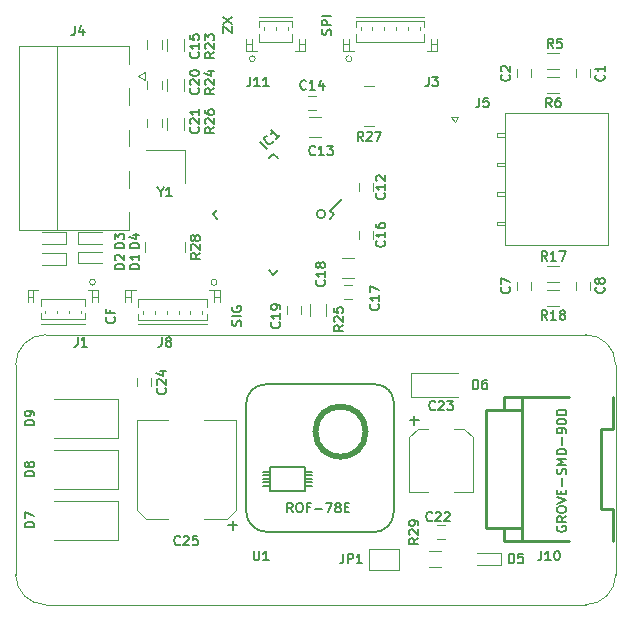
<source format=gto>
G04 #@! TF.GenerationSoftware,KiCad,Pcbnew,(2018-02-15 revision 29b28de31)-makepkg*
G04 #@! TF.CreationDate,2018-09-20T14:44:38+09:30*
G04 #@! TF.ProjectId,ATM90E3x_fw,41544D39304533785F66772E6B696361,rev?*
G04 #@! TF.SameCoordinates,Original*
G04 #@! TF.FileFunction,Legend,Top*
G04 #@! TF.FilePolarity,Positive*
%FSLAX46Y46*%
G04 Gerber Fmt 4.6, Leading zero omitted, Abs format (unit mm)*
G04 Created by KiCad (PCBNEW (2018-02-15 revision 29b28de31)-makepkg) date 09/20/18 14:44:38*
%MOMM*%
%LPD*%
G01*
G04 APERTURE LIST*
%ADD10C,0.200000*%
%ADD11C,0.120000*%
%ADD12C,0.254000*%
%ADD13C,0.100000*%
%ADD14C,0.127000*%
%ADD15C,0.500000*%
%ADD16C,0.150000*%
G04 APERTURE END LIST*
D10*
X115347714Y-67151238D02*
X115385809Y-67189333D01*
X115423904Y-67303619D01*
X115423904Y-67379809D01*
X115385809Y-67494095D01*
X115309619Y-67570285D01*
X115233428Y-67608380D01*
X115081047Y-67646476D01*
X114966761Y-67646476D01*
X114814380Y-67608380D01*
X114738190Y-67570285D01*
X114662000Y-67494095D01*
X114623904Y-67379809D01*
X114623904Y-67303619D01*
X114662000Y-67189333D01*
X114700095Y-67151238D01*
X115004857Y-66541714D02*
X115004857Y-66808380D01*
X115423904Y-66808380D02*
X114623904Y-66808380D01*
X114623904Y-66427428D01*
X126053809Y-67875047D02*
X126091904Y-67760761D01*
X126091904Y-67570285D01*
X126053809Y-67494095D01*
X126015714Y-67456000D01*
X125939523Y-67417904D01*
X125863333Y-67417904D01*
X125787142Y-67456000D01*
X125749047Y-67494095D01*
X125710952Y-67570285D01*
X125672857Y-67722666D01*
X125634761Y-67798857D01*
X125596666Y-67836952D01*
X125520476Y-67875047D01*
X125444285Y-67875047D01*
X125368095Y-67836952D01*
X125330000Y-67798857D01*
X125291904Y-67722666D01*
X125291904Y-67532190D01*
X125330000Y-67417904D01*
X126091904Y-67075047D02*
X125291904Y-67075047D01*
X125330000Y-66275047D02*
X125291904Y-66351238D01*
X125291904Y-66465523D01*
X125330000Y-66579809D01*
X125406190Y-66656000D01*
X125482380Y-66694095D01*
X125634761Y-66732190D01*
X125749047Y-66732190D01*
X125901428Y-66694095D01*
X125977619Y-66656000D01*
X126053809Y-66579809D01*
X126091904Y-66465523D01*
X126091904Y-66389333D01*
X126053809Y-66275047D01*
X126015714Y-66236952D01*
X125749047Y-66236952D01*
X125749047Y-66389333D01*
X124529904Y-43065619D02*
X124529904Y-42532285D01*
X125329904Y-43065619D01*
X125329904Y-42532285D01*
X124529904Y-42303714D02*
X125329904Y-41770380D01*
X124529904Y-41770380D02*
X125329904Y-42303714D01*
X133673809Y-43237047D02*
X133711904Y-43122761D01*
X133711904Y-42932285D01*
X133673809Y-42856095D01*
X133635714Y-42818000D01*
X133559523Y-42779904D01*
X133483333Y-42779904D01*
X133407142Y-42818000D01*
X133369047Y-42856095D01*
X133330952Y-42932285D01*
X133292857Y-43084666D01*
X133254761Y-43160857D01*
X133216666Y-43198952D01*
X133140476Y-43237047D01*
X133064285Y-43237047D01*
X132988095Y-43198952D01*
X132950000Y-43160857D01*
X132911904Y-43084666D01*
X132911904Y-42894190D01*
X132950000Y-42779904D01*
X133711904Y-42437047D02*
X132911904Y-42437047D01*
X132911904Y-42132285D01*
X132950000Y-42056095D01*
X132988095Y-42018000D01*
X133064285Y-41979904D01*
X133178571Y-41979904D01*
X133254761Y-42018000D01*
X133292857Y-42056095D01*
X133330952Y-42132285D01*
X133330952Y-42437047D01*
X133711904Y-41637047D02*
X132911904Y-41637047D01*
X133201210Y-58420000D02*
G75*
G03X133201210Y-58420000I-359210J0D01*
G01*
D11*
X148455000Y-49895000D02*
X148455000Y-61055000D01*
X148455000Y-61055000D02*
X157135000Y-61055000D01*
X157135000Y-61055000D02*
X157135000Y-49895000D01*
X157135000Y-49895000D02*
X148455000Y-49895000D01*
X148455000Y-51875000D02*
X148455000Y-51575000D01*
X148455000Y-51575000D02*
X147755000Y-51575000D01*
X147755000Y-51575000D02*
X147755000Y-51875000D01*
X147755000Y-51875000D02*
X148455000Y-51875000D01*
X148455000Y-54375000D02*
X148455000Y-54075000D01*
X148455000Y-54075000D02*
X147755000Y-54075000D01*
X147755000Y-54075000D02*
X147755000Y-54375000D01*
X147755000Y-54375000D02*
X148455000Y-54375000D01*
X148455000Y-56875000D02*
X148455000Y-56575000D01*
X148455000Y-56575000D02*
X147755000Y-56575000D01*
X147755000Y-56575000D02*
X147755000Y-56875000D01*
X147755000Y-56875000D02*
X148455000Y-56875000D01*
X148455000Y-59375000D02*
X148455000Y-59075000D01*
X148455000Y-59075000D02*
X147755000Y-59075000D01*
X147755000Y-59075000D02*
X147755000Y-59375000D01*
X147755000Y-59375000D02*
X148455000Y-59375000D01*
X144145000Y-50615000D02*
X144445000Y-50190736D01*
X144445000Y-50190736D02*
X143845000Y-50190736D01*
X143845000Y-50190736D02*
X144145000Y-50615000D01*
X117916000Y-46436000D02*
X117916000Y-47036000D01*
X117316000Y-46736000D02*
X117916000Y-46436000D01*
X117916000Y-47036000D02*
X117316000Y-46736000D01*
X110516000Y-44206000D02*
X110516000Y-59766000D01*
X116596000Y-54786000D02*
X116596000Y-56186000D01*
X116596000Y-51286000D02*
X116596000Y-52686000D01*
X116596000Y-47786000D02*
X116596000Y-49186000D01*
X116596000Y-59766000D02*
X116596000Y-58286000D01*
X116596000Y-44206000D02*
X116596000Y-45686000D01*
X107236000Y-59766000D02*
X116596000Y-59766000D01*
X107236000Y-44206000D02*
X107236000Y-59766000D01*
X116596000Y-44206000D02*
X107236000Y-44206000D01*
X109492000Y-66841000D02*
X109492000Y-66641000D01*
X110492000Y-66841000D02*
X110492000Y-66641000D01*
X111492000Y-66841000D02*
X111492000Y-66641000D01*
X112492000Y-66841000D02*
X112492000Y-66641000D01*
X109092000Y-65591000D02*
X109092000Y-66241000D01*
X112892000Y-65591000D02*
X109092000Y-65591000D01*
X112892000Y-66241000D02*
X112892000Y-65591000D01*
X109092000Y-67341000D02*
X109092000Y-66841000D01*
X112892000Y-67341000D02*
X109092000Y-67341000D01*
X112892000Y-66841000D02*
X112892000Y-67341000D01*
X107992000Y-65441000D02*
X108492000Y-65441000D01*
X107992000Y-65441000D02*
X107992000Y-65441000D01*
X108492000Y-65441000D02*
X107992000Y-65441000D01*
X108492000Y-65441000D02*
X108492000Y-65441000D01*
X108492000Y-64841000D02*
X108492000Y-64841000D01*
X108492000Y-65841000D02*
X108492000Y-64841000D01*
X108492000Y-65841000D02*
X108492000Y-65841000D01*
X108492000Y-64841000D02*
X108492000Y-65841000D01*
X107992000Y-64841000D02*
X108892000Y-64841000D01*
X107992000Y-65841000D02*
X107992000Y-64841000D01*
X113992000Y-65441000D02*
X113492000Y-65441000D01*
X113992000Y-65441000D02*
X113992000Y-65441000D01*
X113492000Y-65441000D02*
X113992000Y-65441000D01*
X113492000Y-65441000D02*
X113492000Y-65441000D01*
X113492000Y-64841000D02*
X113492000Y-64841000D01*
X113492000Y-65841000D02*
X113492000Y-64841000D01*
X113492000Y-65841000D02*
X113492000Y-65841000D01*
X113492000Y-64841000D02*
X113492000Y-65841000D01*
X113992000Y-64841000D02*
X113092000Y-64841000D01*
X113992000Y-65841000D02*
X113992000Y-64841000D01*
X112892000Y-67741000D02*
X109092000Y-67741000D01*
X113742000Y-64191000D02*
G75*
G03X113742000Y-64191000I-250000J0D01*
G01*
X124029000Y-64206000D02*
G75*
G03X124029000Y-64206000I-250000J0D01*
G01*
X123179000Y-67756000D02*
X117379000Y-67756000D01*
X124279000Y-65856000D02*
X124279000Y-64856000D01*
X124279000Y-64856000D02*
X123379000Y-64856000D01*
X123779000Y-64856000D02*
X123779000Y-65856000D01*
X123779000Y-65856000D02*
X123779000Y-65856000D01*
X123779000Y-65856000D02*
X123779000Y-64856000D01*
X123779000Y-64856000D02*
X123779000Y-64856000D01*
X123779000Y-65456000D02*
X123779000Y-65456000D01*
X123779000Y-65456000D02*
X124279000Y-65456000D01*
X124279000Y-65456000D02*
X124279000Y-65456000D01*
X124279000Y-65456000D02*
X123779000Y-65456000D01*
X116279000Y-65856000D02*
X116279000Y-64856000D01*
X116279000Y-64856000D02*
X117179000Y-64856000D01*
X116779000Y-64856000D02*
X116779000Y-65856000D01*
X116779000Y-65856000D02*
X116779000Y-65856000D01*
X116779000Y-65856000D02*
X116779000Y-64856000D01*
X116779000Y-64856000D02*
X116779000Y-64856000D01*
X116779000Y-65456000D02*
X116779000Y-65456000D01*
X116779000Y-65456000D02*
X116279000Y-65456000D01*
X116279000Y-65456000D02*
X116279000Y-65456000D01*
X116279000Y-65456000D02*
X116779000Y-65456000D01*
X123179000Y-66856000D02*
X123179000Y-67356000D01*
X123179000Y-67356000D02*
X117379000Y-67356000D01*
X117379000Y-67356000D02*
X117379000Y-66856000D01*
X123179000Y-66256000D02*
X123179000Y-65606000D01*
X123179000Y-65606000D02*
X117379000Y-65606000D01*
X117379000Y-65606000D02*
X117379000Y-66256000D01*
X122779000Y-66856000D02*
X122779000Y-66656000D01*
X121779000Y-66856000D02*
X121779000Y-66656000D01*
X120779000Y-66856000D02*
X120779000Y-66656000D01*
X119779000Y-66856000D02*
X119779000Y-66656000D01*
X118779000Y-66856000D02*
X118779000Y-66656000D01*
X117779000Y-66856000D02*
X117779000Y-66656000D01*
X141194000Y-42618000D02*
X141194000Y-42818000D01*
X140194000Y-42618000D02*
X140194000Y-42818000D01*
X139194000Y-42618000D02*
X139194000Y-42818000D01*
X138194000Y-42618000D02*
X138194000Y-42818000D01*
X137194000Y-42618000D02*
X137194000Y-42818000D01*
X136194000Y-42618000D02*
X136194000Y-42818000D01*
X141594000Y-43868000D02*
X141594000Y-43218000D01*
X135794000Y-43868000D02*
X141594000Y-43868000D01*
X135794000Y-43218000D02*
X135794000Y-43868000D01*
X141594000Y-42118000D02*
X141594000Y-42618000D01*
X135794000Y-42118000D02*
X141594000Y-42118000D01*
X135794000Y-42618000D02*
X135794000Y-42118000D01*
X142694000Y-44018000D02*
X142194000Y-44018000D01*
X142694000Y-44018000D02*
X142694000Y-44018000D01*
X142194000Y-44018000D02*
X142694000Y-44018000D01*
X142194000Y-44018000D02*
X142194000Y-44018000D01*
X142194000Y-44618000D02*
X142194000Y-44618000D01*
X142194000Y-43618000D02*
X142194000Y-44618000D01*
X142194000Y-43618000D02*
X142194000Y-43618000D01*
X142194000Y-44618000D02*
X142194000Y-43618000D01*
X142694000Y-44618000D02*
X141794000Y-44618000D01*
X142694000Y-43618000D02*
X142694000Y-44618000D01*
X134694000Y-44018000D02*
X135194000Y-44018000D01*
X134694000Y-44018000D02*
X134694000Y-44018000D01*
X135194000Y-44018000D02*
X134694000Y-44018000D01*
X135194000Y-44018000D02*
X135194000Y-44018000D01*
X135194000Y-44618000D02*
X135194000Y-44618000D01*
X135194000Y-43618000D02*
X135194000Y-44618000D01*
X135194000Y-43618000D02*
X135194000Y-43618000D01*
X135194000Y-44618000D02*
X135194000Y-43618000D01*
X134694000Y-44618000D02*
X135594000Y-44618000D01*
X134694000Y-43618000D02*
X134694000Y-44618000D01*
X135794000Y-41718000D02*
X141594000Y-41718000D01*
X135444000Y-45268000D02*
G75*
G03X135444000Y-45268000I-250000J0D01*
G01*
X130018000Y-42618000D02*
X130018000Y-42818000D01*
X129018000Y-42618000D02*
X129018000Y-42818000D01*
X128018000Y-42618000D02*
X128018000Y-42818000D01*
X130418000Y-43868000D02*
X130418000Y-43218000D01*
X127618000Y-43868000D02*
X130418000Y-43868000D01*
X127618000Y-43218000D02*
X127618000Y-43868000D01*
X130418000Y-42118000D02*
X130418000Y-42618000D01*
X127618000Y-42118000D02*
X130418000Y-42118000D01*
X127618000Y-42618000D02*
X127618000Y-42118000D01*
X131518000Y-44018000D02*
X131018000Y-44018000D01*
X131518000Y-44018000D02*
X131518000Y-44018000D01*
X131018000Y-44018000D02*
X131518000Y-44018000D01*
X131018000Y-44018000D02*
X131018000Y-44018000D01*
X131018000Y-44618000D02*
X131018000Y-44618000D01*
X131018000Y-43618000D02*
X131018000Y-44618000D01*
X131018000Y-43618000D02*
X131018000Y-43618000D01*
X131018000Y-44618000D02*
X131018000Y-43618000D01*
X131518000Y-44618000D02*
X130618000Y-44618000D01*
X131518000Y-43618000D02*
X131518000Y-44618000D01*
X126518000Y-44018000D02*
X127018000Y-44018000D01*
X126518000Y-44018000D02*
X126518000Y-44018000D01*
X127018000Y-44018000D02*
X126518000Y-44018000D01*
X127018000Y-44018000D02*
X127018000Y-44018000D01*
X127018000Y-44618000D02*
X127018000Y-44618000D01*
X127018000Y-43618000D02*
X127018000Y-44618000D01*
X127018000Y-43618000D02*
X127018000Y-43618000D01*
X127018000Y-44618000D02*
X127018000Y-43618000D01*
X126518000Y-44618000D02*
X127418000Y-44618000D01*
X126518000Y-43618000D02*
X126518000Y-44618000D01*
X127618000Y-41718000D02*
X130418000Y-41718000D01*
X127268000Y-45268000D02*
G75*
G03X127268000Y-45268000I-250000J0D01*
G01*
X135644000Y-62142000D02*
X134644000Y-62142000D01*
X134644000Y-63842000D02*
X135644000Y-63842000D01*
X132850000Y-50204000D02*
X131850000Y-50204000D01*
X131850000Y-51904000D02*
X132850000Y-51904000D01*
X115636000Y-85978000D02*
X115636000Y-82678000D01*
X115636000Y-82678000D02*
X110236000Y-82678000D01*
X115636000Y-85978000D02*
X110236000Y-85978000D01*
X115668000Y-81660000D02*
X115668000Y-78360000D01*
X115668000Y-78360000D02*
X110268000Y-78360000D01*
X115668000Y-81660000D02*
X110268000Y-81660000D01*
X115668000Y-77342000D02*
X115668000Y-74042000D01*
X115668000Y-74042000D02*
X110268000Y-74042000D01*
X115668000Y-77342000D02*
X110268000Y-77342000D01*
D12*
X157535880Y-83408520D02*
X157535880Y-86009480D01*
X156535120Y-83408520D02*
X157535880Y-83408520D01*
X156535120Y-76611480D02*
X156535120Y-83408520D01*
X157535880Y-76611480D02*
X156535120Y-76611480D01*
X157535880Y-74010520D02*
X157535880Y-76611480D01*
X156535120Y-83408520D02*
X157535880Y-83408520D01*
X156535120Y-76611480D02*
X156535120Y-83408520D01*
X157535880Y-76611480D02*
X156535120Y-76611480D01*
X146837400Y-75011280D02*
X148534120Y-75011280D01*
X146837400Y-85008720D02*
X146837400Y-75011280D01*
X148435060Y-85008720D02*
X146837400Y-85008720D01*
X153799540Y-86108540D02*
X148435060Y-86108540D01*
X153799540Y-73911460D02*
X148534120Y-73911460D01*
X149834600Y-86108540D02*
X153799540Y-86108540D01*
X149834600Y-73911460D02*
X153799540Y-73911460D01*
X148336000Y-84983320D02*
X148336000Y-86062820D01*
X148336000Y-73957180D02*
X148336000Y-75036680D01*
X148336000Y-86108540D02*
X149834600Y-86108540D01*
X148336000Y-85008720D02*
X148336000Y-86108540D01*
X149834600Y-85008720D02*
X148336000Y-85008720D01*
X149834600Y-85008720D02*
X149834600Y-86108540D01*
X149834600Y-75011280D02*
X149834600Y-85008720D01*
X148336000Y-75011280D02*
X149834600Y-75011280D01*
X148336000Y-73911460D02*
X148336000Y-75011280D01*
X149834600Y-73911460D02*
X148336000Y-73911460D01*
X157535880Y-83408520D02*
X157535880Y-86108540D01*
X157535880Y-73911460D02*
X157535880Y-76611480D01*
X149834600Y-73911460D02*
X149834600Y-75011280D01*
D11*
X140332000Y-81918000D02*
X141882000Y-81918000D01*
X145672000Y-81918000D02*
X144122000Y-81918000D01*
X141092000Y-76578000D02*
X141882000Y-76578000D01*
X144912000Y-76578000D02*
X144122000Y-76578000D01*
X145672000Y-81918000D02*
X145672000Y-77338000D01*
X145672000Y-77338000D02*
X144912000Y-76578000D01*
X141092000Y-76578000D02*
X140332000Y-77338000D01*
X140332000Y-77338000D02*
X140332000Y-81918000D01*
X125602000Y-75820000D02*
X122922000Y-75820000D01*
X117222000Y-75820000D02*
X119902000Y-75820000D01*
X117982000Y-84200000D02*
X119902000Y-84200000D01*
X124842000Y-84200000D02*
X122922000Y-84200000D01*
X125602000Y-75820000D02*
X125602000Y-83440000D01*
X125602000Y-83440000D02*
X124842000Y-84200000D01*
X117982000Y-84200000D02*
X117222000Y-83440000D01*
X117222000Y-83440000D02*
X117222000Y-75820000D01*
X142652000Y-84744000D02*
X143352000Y-84744000D01*
X143352000Y-85944000D02*
X142652000Y-85944000D01*
X118456000Y-72294000D02*
X118456000Y-72994000D01*
X117256000Y-72994000D02*
X117256000Y-72294000D01*
X139446000Y-86740000D02*
X136906000Y-86740000D01*
X136906000Y-88520000D02*
X139446000Y-88520000D01*
X136906000Y-88520000D02*
X136906000Y-86740000D01*
X139446000Y-86740000D02*
X139446000Y-88520000D01*
X136506000Y-47556000D02*
X137306000Y-47556000D01*
X136506000Y-50996000D02*
X137306000Y-50996000D01*
X140498000Y-71898000D02*
X140498000Y-73898000D01*
X140498000Y-73898000D02*
X144398000Y-73898000D01*
X140498000Y-71898000D02*
X144398000Y-71898000D01*
X148112000Y-88130000D02*
X148112000Y-87130000D01*
X148112000Y-87130000D02*
X146012000Y-87130000D01*
X148112000Y-88130000D02*
X146012000Y-88130000D01*
X142994000Y-88310000D02*
X141994000Y-88310000D01*
X141994000Y-86950000D02*
X142994000Y-86950000D01*
X117914000Y-61614000D02*
X117914000Y-60814000D01*
X121354000Y-61614000D02*
X121354000Y-60814000D01*
D13*
X109525000Y-91490800D02*
X155245000Y-91490800D01*
X157785000Y-88950800D02*
X157785000Y-71170800D01*
X155245000Y-68630800D02*
X109525000Y-68630800D01*
X106985000Y-71170800D02*
X106985000Y-88950800D01*
X155245000Y-91490800D02*
G75*
G03X157785000Y-88950800I0J2540000D01*
G01*
X157785000Y-71170800D02*
G75*
G03X155245000Y-68630800I-2540000J0D01*
G01*
X109525000Y-68630800D02*
G75*
G03X106985000Y-71170800I0J-2540000D01*
G01*
X106985000Y-88950800D02*
G75*
G03X109525000Y-91490800I2540000J0D01*
G01*
D11*
X131742000Y-48422000D02*
X132442000Y-48422000D01*
X132442000Y-49622000D02*
X131742000Y-49622000D01*
X118145000Y-44407000D02*
X118145000Y-43707000D01*
X119345000Y-43707000D02*
X119345000Y-44407000D01*
X136052000Y-60536000D02*
X136052000Y-59836000D01*
X137252000Y-59836000D02*
X137252000Y-60536000D01*
X134778000Y-64424000D02*
X135478000Y-64424000D01*
X135478000Y-65624000D02*
X134778000Y-65624000D01*
X131156000Y-66186000D02*
X131156000Y-66886000D01*
X129956000Y-66886000D02*
X129956000Y-66186000D01*
X118145000Y-51035000D02*
X118145000Y-50335000D01*
X119345000Y-50335000D02*
X119345000Y-51035000D01*
X150600000Y-46150000D02*
X150600000Y-46850000D01*
X149400000Y-46850000D02*
X149400000Y-46150000D01*
X136052000Y-56496000D02*
X136052000Y-55796000D01*
X137252000Y-55796000D02*
X137252000Y-56496000D01*
X155600000Y-46150000D02*
X155600000Y-46850000D01*
X154400000Y-46850000D02*
X154400000Y-46150000D01*
X150600000Y-64150000D02*
X150600000Y-64850000D01*
X149400000Y-64850000D02*
X149400000Y-64150000D01*
X155600000Y-64150000D02*
X155600000Y-64850000D01*
X154400000Y-64850000D02*
X154400000Y-64150000D01*
X118145000Y-47860000D02*
X118145000Y-47160000D01*
X119345000Y-47160000D02*
X119345000Y-47860000D01*
X121284000Y-55756000D02*
X121284000Y-52956000D01*
X121284000Y-52956000D02*
X117984000Y-52956000D01*
X153000000Y-64180000D02*
X152000000Y-64180000D01*
X152000000Y-62820000D02*
X153000000Y-62820000D01*
X152000000Y-64820000D02*
X153000000Y-64820000D01*
X153000000Y-66180000D02*
X152000000Y-66180000D01*
X119843000Y-44581000D02*
X119843000Y-43581000D01*
X121203000Y-43581000D02*
X121203000Y-44581000D01*
X119843000Y-47986000D02*
X119843000Y-46986000D01*
X121203000Y-46986000D02*
X121203000Y-47986000D01*
X133268000Y-66060000D02*
X133268000Y-67060000D01*
X131908000Y-67060000D02*
X131908000Y-66060000D01*
X119843000Y-51288000D02*
X119843000Y-50288000D01*
X121203000Y-50288000D02*
X121203000Y-51288000D01*
D14*
X127892000Y-81444000D02*
X128492000Y-81444000D01*
X127892000Y-81144000D02*
X128492000Y-81144000D01*
X127892000Y-80844000D02*
X128492000Y-80844000D01*
X127892000Y-80544000D02*
X128492000Y-80544000D01*
X127892000Y-80244000D02*
X128492000Y-80244000D01*
X131492000Y-81444000D02*
X132092000Y-81444000D01*
X131492000Y-81144000D02*
X132092000Y-81144000D01*
X131492000Y-80844000D02*
X132092000Y-80844000D01*
X131492000Y-80544000D02*
X132092000Y-80544000D01*
X131492000Y-80244000D02*
X132092000Y-80244000D01*
X128492000Y-80244000D02*
X128492000Y-79844000D01*
X128492000Y-81144000D02*
X128492000Y-80244000D01*
X128492000Y-81444000D02*
X128492000Y-81144000D01*
X128492000Y-81844000D02*
X128492000Y-81444000D01*
X131492000Y-81844000D02*
X128492000Y-81844000D01*
X131492000Y-81444000D02*
X131492000Y-81844000D01*
X131492000Y-81144000D02*
X131492000Y-81444000D01*
X131492000Y-80844000D02*
X131492000Y-81144000D01*
X131492000Y-80544000D02*
X131492000Y-80844000D01*
X131492000Y-80244000D02*
X131492000Y-80544000D01*
X131492000Y-79844000D02*
X131492000Y-80244000D01*
X128492000Y-79844000D02*
X131492000Y-79844000D01*
D15*
X136613300Y-76844000D02*
G75*
G03X136613300Y-76844000I-2121300J0D01*
G01*
D14*
X128288050Y-85344000D02*
G75*
G02X126492000Y-83547950I0J1796050D01*
G01*
X137331300Y-85344000D02*
X128288050Y-85344000D01*
X138991980Y-83683320D02*
G75*
G02X137331300Y-85344000I-1660680J0D01*
G01*
X138992000Y-74357200D02*
X138992000Y-83683340D01*
X137478800Y-72844000D02*
G75*
G02X138992000Y-74357200I0J-1513200D01*
G01*
X128152660Y-72844000D02*
X137478800Y-72844000D01*
X126491980Y-74504720D02*
G75*
G02X128152660Y-72844000I1660700J20D01*
G01*
X126492000Y-83547950D02*
X126492000Y-74504700D01*
D11*
X112238000Y-59952000D02*
X112238000Y-60952000D01*
X112238000Y-60952000D02*
X114338000Y-60952000D01*
X112238000Y-59952000D02*
X114338000Y-59952000D01*
X111282000Y-60952000D02*
X111282000Y-59952000D01*
X111282000Y-59952000D02*
X109182000Y-59952000D01*
X111282000Y-60952000D02*
X109182000Y-60952000D01*
X111282000Y-62730000D02*
X111282000Y-61730000D01*
X111282000Y-61730000D02*
X109182000Y-61730000D01*
X111282000Y-62730000D02*
X109182000Y-62730000D01*
X112238000Y-61603000D02*
X112238000Y-62603000D01*
X112238000Y-62603000D02*
X114338000Y-62603000D01*
X112238000Y-61603000D02*
X114338000Y-61603000D01*
X152000000Y-44820000D02*
X153000000Y-44820000D01*
X153000000Y-46180000D02*
X152000000Y-46180000D01*
X153000000Y-48180000D02*
X152000000Y-48180000D01*
X152000000Y-46820000D02*
X153000000Y-46820000D01*
D16*
X133937524Y-58442800D02*
X133637004Y-58142280D01*
X128811000Y-63569324D02*
X128439769Y-63198093D01*
X123684476Y-58442800D02*
X124055707Y-58814031D01*
X128811000Y-53316276D02*
X129182231Y-53687507D01*
X133937524Y-58442800D02*
X133566293Y-58814031D01*
X128811000Y-53316276D02*
X128439769Y-53687507D01*
X123684476Y-58442800D02*
X124055707Y-58071569D01*
X128811000Y-63569324D02*
X129182231Y-63198093D01*
X133637004Y-58142280D02*
X134609276Y-57170008D01*
D10*
X146233333Y-48561904D02*
X146233333Y-49133333D01*
X146195238Y-49247619D01*
X146119047Y-49323809D01*
X146004761Y-49361904D01*
X145928571Y-49361904D01*
X146995238Y-48561904D02*
X146614285Y-48561904D01*
X146576190Y-48942857D01*
X146614285Y-48904761D01*
X146690476Y-48866666D01*
X146880952Y-48866666D01*
X146957142Y-48904761D01*
X146995238Y-48942857D01*
X147033333Y-49019047D01*
X147033333Y-49209523D01*
X146995238Y-49285714D01*
X146957142Y-49323809D01*
X146880952Y-49361904D01*
X146690476Y-49361904D01*
X146614285Y-49323809D01*
X146576190Y-49285714D01*
X112001333Y-42487904D02*
X112001333Y-43059333D01*
X111963238Y-43173619D01*
X111887047Y-43249809D01*
X111772761Y-43287904D01*
X111696571Y-43287904D01*
X112725142Y-42754571D02*
X112725142Y-43287904D01*
X112534666Y-42449809D02*
X112344190Y-43021238D01*
X112839428Y-43021238D01*
X112225333Y-68840404D02*
X112225333Y-69411833D01*
X112187238Y-69526119D01*
X112111047Y-69602309D01*
X111996761Y-69640404D01*
X111920571Y-69640404D01*
X113025333Y-69640404D02*
X112568190Y-69640404D01*
X112796761Y-69640404D02*
X112796761Y-68840404D01*
X112720571Y-68954690D01*
X112644380Y-69030880D01*
X112568190Y-69068976D01*
X119367333Y-68855404D02*
X119367333Y-69426833D01*
X119329238Y-69541119D01*
X119253047Y-69617309D01*
X119138761Y-69655404D01*
X119062571Y-69655404D01*
X119862571Y-69198261D02*
X119786380Y-69160166D01*
X119748285Y-69122071D01*
X119710190Y-69045880D01*
X119710190Y-69007785D01*
X119748285Y-68931595D01*
X119786380Y-68893500D01*
X119862571Y-68855404D01*
X120014952Y-68855404D01*
X120091142Y-68893500D01*
X120129238Y-68931595D01*
X120167333Y-69007785D01*
X120167333Y-69045880D01*
X120129238Y-69122071D01*
X120091142Y-69160166D01*
X120014952Y-69198261D01*
X119862571Y-69198261D01*
X119786380Y-69236357D01*
X119748285Y-69274452D01*
X119710190Y-69350642D01*
X119710190Y-69503023D01*
X119748285Y-69579214D01*
X119786380Y-69617309D01*
X119862571Y-69655404D01*
X120014952Y-69655404D01*
X120091142Y-69617309D01*
X120129238Y-69579214D01*
X120167333Y-69503023D01*
X120167333Y-69350642D01*
X120129238Y-69274452D01*
X120091142Y-69236357D01*
X120014952Y-69198261D01*
X141973333Y-46805904D02*
X141973333Y-47377333D01*
X141935238Y-47491619D01*
X141859047Y-47567809D01*
X141744761Y-47605904D01*
X141668571Y-47605904D01*
X142278095Y-46805904D02*
X142773333Y-46805904D01*
X142506666Y-47110666D01*
X142620952Y-47110666D01*
X142697142Y-47148761D01*
X142735238Y-47186857D01*
X142773333Y-47263047D01*
X142773333Y-47453523D01*
X142735238Y-47529714D01*
X142697142Y-47567809D01*
X142620952Y-47605904D01*
X142392380Y-47605904D01*
X142316190Y-47567809D01*
X142278095Y-47529714D01*
X126860380Y-46805904D02*
X126860380Y-47377333D01*
X126822285Y-47491619D01*
X126746095Y-47567809D01*
X126631809Y-47605904D01*
X126555619Y-47605904D01*
X127660380Y-47605904D02*
X127203238Y-47605904D01*
X127431809Y-47605904D02*
X127431809Y-46805904D01*
X127355619Y-46920190D01*
X127279428Y-46996380D01*
X127203238Y-47034476D01*
X128422285Y-47605904D02*
X127965142Y-47605904D01*
X128193714Y-47605904D02*
X128193714Y-46805904D01*
X128117523Y-46920190D01*
X128041333Y-46996380D01*
X127965142Y-47034476D01*
X133127714Y-64014285D02*
X133165809Y-64052380D01*
X133203904Y-64166666D01*
X133203904Y-64242857D01*
X133165809Y-64357142D01*
X133089619Y-64433333D01*
X133013428Y-64471428D01*
X132861047Y-64509523D01*
X132746761Y-64509523D01*
X132594380Y-64471428D01*
X132518190Y-64433333D01*
X132442000Y-64357142D01*
X132403904Y-64242857D01*
X132403904Y-64166666D01*
X132442000Y-64052380D01*
X132480095Y-64014285D01*
X133203904Y-63252380D02*
X133203904Y-63709523D01*
X133203904Y-63480952D02*
X132403904Y-63480952D01*
X132518190Y-63557142D01*
X132594380Y-63633333D01*
X132632476Y-63709523D01*
X132746761Y-62795238D02*
X132708666Y-62871428D01*
X132670571Y-62909523D01*
X132594380Y-62947619D01*
X132556285Y-62947619D01*
X132480095Y-62909523D01*
X132442000Y-62871428D01*
X132403904Y-62795238D01*
X132403904Y-62642857D01*
X132442000Y-62566666D01*
X132480095Y-62528571D01*
X132556285Y-62490476D01*
X132594380Y-62490476D01*
X132670571Y-62528571D01*
X132708666Y-62566666D01*
X132746761Y-62642857D01*
X132746761Y-62795238D01*
X132784857Y-62871428D01*
X132822952Y-62909523D01*
X132899142Y-62947619D01*
X133051523Y-62947619D01*
X133127714Y-62909523D01*
X133165809Y-62871428D01*
X133203904Y-62795238D01*
X133203904Y-62642857D01*
X133165809Y-62566666D01*
X133127714Y-62528571D01*
X133051523Y-62490476D01*
X132899142Y-62490476D01*
X132822952Y-62528571D01*
X132784857Y-62566666D01*
X132746761Y-62642857D01*
X132327714Y-53371714D02*
X132289619Y-53409809D01*
X132175333Y-53447904D01*
X132099142Y-53447904D01*
X131984857Y-53409809D01*
X131908666Y-53333619D01*
X131870571Y-53257428D01*
X131832476Y-53105047D01*
X131832476Y-52990761D01*
X131870571Y-52838380D01*
X131908666Y-52762190D01*
X131984857Y-52686000D01*
X132099142Y-52647904D01*
X132175333Y-52647904D01*
X132289619Y-52686000D01*
X132327714Y-52724095D01*
X133089619Y-53447904D02*
X132632476Y-53447904D01*
X132861047Y-53447904D02*
X132861047Y-52647904D01*
X132784857Y-52762190D01*
X132708666Y-52838380D01*
X132632476Y-52876476D01*
X133356285Y-52647904D02*
X133851523Y-52647904D01*
X133584857Y-52952666D01*
X133699142Y-52952666D01*
X133775333Y-52990761D01*
X133813428Y-53028857D01*
X133851523Y-53105047D01*
X133851523Y-53295523D01*
X133813428Y-53371714D01*
X133775333Y-53409809D01*
X133699142Y-53447904D01*
X133470571Y-53447904D01*
X133394380Y-53409809D01*
X133356285Y-53371714D01*
X108565904Y-84918476D02*
X107765904Y-84918476D01*
X107765904Y-84728000D01*
X107804000Y-84613714D01*
X107880190Y-84537523D01*
X107956380Y-84499428D01*
X108108761Y-84461333D01*
X108223047Y-84461333D01*
X108375428Y-84499428D01*
X108451619Y-84537523D01*
X108527809Y-84613714D01*
X108565904Y-84728000D01*
X108565904Y-84918476D01*
X107765904Y-84194666D02*
X107765904Y-83661333D01*
X108565904Y-84004190D01*
X108565904Y-80600476D02*
X107765904Y-80600476D01*
X107765904Y-80410000D01*
X107804000Y-80295714D01*
X107880190Y-80219523D01*
X107956380Y-80181428D01*
X108108761Y-80143333D01*
X108223047Y-80143333D01*
X108375428Y-80181428D01*
X108451619Y-80219523D01*
X108527809Y-80295714D01*
X108565904Y-80410000D01*
X108565904Y-80600476D01*
X108108761Y-79686190D02*
X108070666Y-79762380D01*
X108032571Y-79800476D01*
X107956380Y-79838571D01*
X107918285Y-79838571D01*
X107842095Y-79800476D01*
X107804000Y-79762380D01*
X107765904Y-79686190D01*
X107765904Y-79533809D01*
X107804000Y-79457619D01*
X107842095Y-79419523D01*
X107918285Y-79381428D01*
X107956380Y-79381428D01*
X108032571Y-79419523D01*
X108070666Y-79457619D01*
X108108761Y-79533809D01*
X108108761Y-79686190D01*
X108146857Y-79762380D01*
X108184952Y-79800476D01*
X108261142Y-79838571D01*
X108413523Y-79838571D01*
X108489714Y-79800476D01*
X108527809Y-79762380D01*
X108565904Y-79686190D01*
X108565904Y-79533809D01*
X108527809Y-79457619D01*
X108489714Y-79419523D01*
X108413523Y-79381428D01*
X108261142Y-79381428D01*
X108184952Y-79419523D01*
X108146857Y-79457619D01*
X108108761Y-79533809D01*
X108565904Y-76282476D02*
X107765904Y-76282476D01*
X107765904Y-76092000D01*
X107804000Y-75977714D01*
X107880190Y-75901523D01*
X107956380Y-75863428D01*
X108108761Y-75825333D01*
X108223047Y-75825333D01*
X108375428Y-75863428D01*
X108451619Y-75901523D01*
X108527809Y-75977714D01*
X108565904Y-76092000D01*
X108565904Y-76282476D01*
X108565904Y-75444380D02*
X108565904Y-75292000D01*
X108527809Y-75215809D01*
X108489714Y-75177714D01*
X108375428Y-75101523D01*
X108223047Y-75063428D01*
X107918285Y-75063428D01*
X107842095Y-75101523D01*
X107804000Y-75139619D01*
X107765904Y-75215809D01*
X107765904Y-75368190D01*
X107804000Y-75444380D01*
X107842095Y-75482476D01*
X107918285Y-75520571D01*
X108108761Y-75520571D01*
X108184952Y-75482476D01*
X108223047Y-75444380D01*
X108261142Y-75368190D01*
X108261142Y-75215809D01*
X108223047Y-75139619D01*
X108184952Y-75101523D01*
X108108761Y-75063428D01*
X151498380Y-86937904D02*
X151498380Y-87509333D01*
X151460285Y-87623619D01*
X151384095Y-87699809D01*
X151269809Y-87737904D01*
X151193619Y-87737904D01*
X152298380Y-87737904D02*
X151841238Y-87737904D01*
X152069809Y-87737904D02*
X152069809Y-86937904D01*
X151993619Y-87052190D01*
X151917428Y-87128380D01*
X151841238Y-87166476D01*
X152793619Y-86937904D02*
X152869809Y-86937904D01*
X152946000Y-86976000D01*
X152984095Y-87014095D01*
X153022190Y-87090285D01*
X153060285Y-87242666D01*
X153060285Y-87433142D01*
X153022190Y-87585523D01*
X152984095Y-87661714D01*
X152946000Y-87699809D01*
X152869809Y-87737904D01*
X152793619Y-87737904D01*
X152717428Y-87699809D01*
X152679333Y-87661714D01*
X152641238Y-87585523D01*
X152603142Y-87433142D01*
X152603142Y-87242666D01*
X152641238Y-87090285D01*
X152679333Y-87014095D01*
X152717428Y-86976000D01*
X152793619Y-86937904D01*
X152825500Y-84841761D02*
X152787404Y-84917952D01*
X152787404Y-85032238D01*
X152825500Y-85146523D01*
X152901690Y-85222714D01*
X152977880Y-85260809D01*
X153130261Y-85298904D01*
X153244547Y-85298904D01*
X153396928Y-85260809D01*
X153473119Y-85222714D01*
X153549309Y-85146523D01*
X153587404Y-85032238D01*
X153587404Y-84956047D01*
X153549309Y-84841761D01*
X153511214Y-84803666D01*
X153244547Y-84803666D01*
X153244547Y-84956047D01*
X153587404Y-84003666D02*
X153206452Y-84270333D01*
X153587404Y-84460809D02*
X152787404Y-84460809D01*
X152787404Y-84156047D01*
X152825500Y-84079857D01*
X152863595Y-84041761D01*
X152939785Y-84003666D01*
X153054071Y-84003666D01*
X153130261Y-84041761D01*
X153168357Y-84079857D01*
X153206452Y-84156047D01*
X153206452Y-84460809D01*
X152787404Y-83508428D02*
X152787404Y-83356047D01*
X152825500Y-83279857D01*
X152901690Y-83203666D01*
X153054071Y-83165571D01*
X153320738Y-83165571D01*
X153473119Y-83203666D01*
X153549309Y-83279857D01*
X153587404Y-83356047D01*
X153587404Y-83508428D01*
X153549309Y-83584619D01*
X153473119Y-83660809D01*
X153320738Y-83698904D01*
X153054071Y-83698904D01*
X152901690Y-83660809D01*
X152825500Y-83584619D01*
X152787404Y-83508428D01*
X152787404Y-82937000D02*
X153587404Y-82670333D01*
X152787404Y-82403666D01*
X153168357Y-82137000D02*
X153168357Y-81870333D01*
X153587404Y-81756047D02*
X153587404Y-82137000D01*
X152787404Y-82137000D01*
X152787404Y-81756047D01*
X153282642Y-81413190D02*
X153282642Y-80803666D01*
X153549309Y-80460809D02*
X153587404Y-80346523D01*
X153587404Y-80156047D01*
X153549309Y-80079857D01*
X153511214Y-80041761D01*
X153435023Y-80003666D01*
X153358833Y-80003666D01*
X153282642Y-80041761D01*
X153244547Y-80079857D01*
X153206452Y-80156047D01*
X153168357Y-80308428D01*
X153130261Y-80384619D01*
X153092166Y-80422714D01*
X153015976Y-80460809D01*
X152939785Y-80460809D01*
X152863595Y-80422714D01*
X152825500Y-80384619D01*
X152787404Y-80308428D01*
X152787404Y-80117952D01*
X152825500Y-80003666D01*
X153587404Y-79660809D02*
X152787404Y-79660809D01*
X153358833Y-79394142D01*
X152787404Y-79127476D01*
X153587404Y-79127476D01*
X153587404Y-78746523D02*
X152787404Y-78746523D01*
X152787404Y-78556047D01*
X152825500Y-78441761D01*
X152901690Y-78365571D01*
X152977880Y-78327476D01*
X153130261Y-78289380D01*
X153244547Y-78289380D01*
X153396928Y-78327476D01*
X153473119Y-78365571D01*
X153549309Y-78441761D01*
X153587404Y-78556047D01*
X153587404Y-78746523D01*
X153282642Y-77946523D02*
X153282642Y-77337000D01*
X153587404Y-76917952D02*
X153587404Y-76765571D01*
X153549309Y-76689380D01*
X153511214Y-76651285D01*
X153396928Y-76575095D01*
X153244547Y-76537000D01*
X152939785Y-76537000D01*
X152863595Y-76575095D01*
X152825500Y-76613190D01*
X152787404Y-76689380D01*
X152787404Y-76841761D01*
X152825500Y-76917952D01*
X152863595Y-76956047D01*
X152939785Y-76994142D01*
X153130261Y-76994142D01*
X153206452Y-76956047D01*
X153244547Y-76917952D01*
X153282642Y-76841761D01*
X153282642Y-76689380D01*
X153244547Y-76613190D01*
X153206452Y-76575095D01*
X153130261Y-76537000D01*
X152787404Y-76041761D02*
X152787404Y-75965571D01*
X152825500Y-75889380D01*
X152863595Y-75851285D01*
X152939785Y-75813190D01*
X153092166Y-75775095D01*
X153282642Y-75775095D01*
X153435023Y-75813190D01*
X153511214Y-75851285D01*
X153549309Y-75889380D01*
X153587404Y-75965571D01*
X153587404Y-76041761D01*
X153549309Y-76117952D01*
X153511214Y-76156047D01*
X153435023Y-76194142D01*
X153282642Y-76232238D01*
X153092166Y-76232238D01*
X152939785Y-76194142D01*
X152863595Y-76156047D01*
X152825500Y-76117952D01*
X152787404Y-76041761D01*
X153587404Y-75432238D02*
X152787404Y-75432238D01*
X152787404Y-75241761D01*
X152825500Y-75127476D01*
X152901690Y-75051285D01*
X152977880Y-75013190D01*
X153130261Y-74975095D01*
X153244547Y-74975095D01*
X153396928Y-75013190D01*
X153473119Y-75051285D01*
X153549309Y-75127476D01*
X153587404Y-75241761D01*
X153587404Y-75432238D01*
X142487714Y-74961714D02*
X142449619Y-74999809D01*
X142335333Y-75037904D01*
X142259142Y-75037904D01*
X142144857Y-74999809D01*
X142068666Y-74923619D01*
X142030571Y-74847428D01*
X141992476Y-74695047D01*
X141992476Y-74580761D01*
X142030571Y-74428380D01*
X142068666Y-74352190D01*
X142144857Y-74276000D01*
X142259142Y-74237904D01*
X142335333Y-74237904D01*
X142449619Y-74276000D01*
X142487714Y-74314095D01*
X142792476Y-74314095D02*
X142830571Y-74276000D01*
X142906761Y-74237904D01*
X143097238Y-74237904D01*
X143173428Y-74276000D01*
X143211523Y-74314095D01*
X143249619Y-74390285D01*
X143249619Y-74466476D01*
X143211523Y-74580761D01*
X142754380Y-75037904D01*
X143249619Y-75037904D01*
X143516285Y-74237904D02*
X144011523Y-74237904D01*
X143744857Y-74542666D01*
X143859142Y-74542666D01*
X143935333Y-74580761D01*
X143973428Y-74618857D01*
X144011523Y-74695047D01*
X144011523Y-74885523D01*
X143973428Y-74961714D01*
X143935333Y-74999809D01*
X143859142Y-75037904D01*
X143630571Y-75037904D01*
X143554380Y-74999809D01*
X143516285Y-74961714D01*
D16*
X140723428Y-76248952D02*
X140723428Y-75487047D01*
X141104380Y-75868000D02*
X140342476Y-75868000D01*
D10*
X120897714Y-86391714D02*
X120859619Y-86429809D01*
X120745333Y-86467904D01*
X120669142Y-86467904D01*
X120554857Y-86429809D01*
X120478666Y-86353619D01*
X120440571Y-86277428D01*
X120402476Y-86125047D01*
X120402476Y-86010761D01*
X120440571Y-85858380D01*
X120478666Y-85782190D01*
X120554857Y-85706000D01*
X120669142Y-85667904D01*
X120745333Y-85667904D01*
X120859619Y-85706000D01*
X120897714Y-85744095D01*
X121202476Y-85744095D02*
X121240571Y-85706000D01*
X121316761Y-85667904D01*
X121507238Y-85667904D01*
X121583428Y-85706000D01*
X121621523Y-85744095D01*
X121659619Y-85820285D01*
X121659619Y-85896476D01*
X121621523Y-86010761D01*
X121164380Y-86467904D01*
X121659619Y-86467904D01*
X122383428Y-85667904D02*
X122002476Y-85667904D01*
X121964380Y-86048857D01*
X122002476Y-86010761D01*
X122078666Y-85972666D01*
X122269142Y-85972666D01*
X122345333Y-86010761D01*
X122383428Y-86048857D01*
X122421523Y-86125047D01*
X122421523Y-86315523D01*
X122383428Y-86391714D01*
X122345333Y-86429809D01*
X122269142Y-86467904D01*
X122078666Y-86467904D01*
X122002476Y-86429809D01*
X121964380Y-86391714D01*
D16*
X125383428Y-85170952D02*
X125383428Y-84409047D01*
X125764380Y-84790000D02*
X125002476Y-84790000D01*
D10*
X142233714Y-84359714D02*
X142195619Y-84397809D01*
X142081333Y-84435904D01*
X142005142Y-84435904D01*
X141890857Y-84397809D01*
X141814666Y-84321619D01*
X141776571Y-84245428D01*
X141738476Y-84093047D01*
X141738476Y-83978761D01*
X141776571Y-83826380D01*
X141814666Y-83750190D01*
X141890857Y-83674000D01*
X142005142Y-83635904D01*
X142081333Y-83635904D01*
X142195619Y-83674000D01*
X142233714Y-83712095D01*
X142538476Y-83712095D02*
X142576571Y-83674000D01*
X142652761Y-83635904D01*
X142843238Y-83635904D01*
X142919428Y-83674000D01*
X142957523Y-83712095D01*
X142995619Y-83788285D01*
X142995619Y-83864476D01*
X142957523Y-83978761D01*
X142500380Y-84435904D01*
X142995619Y-84435904D01*
X143300380Y-83712095D02*
X143338476Y-83674000D01*
X143414666Y-83635904D01*
X143605142Y-83635904D01*
X143681333Y-83674000D01*
X143719428Y-83712095D01*
X143757523Y-83788285D01*
X143757523Y-83864476D01*
X143719428Y-83978761D01*
X143262285Y-84435904D01*
X143757523Y-84435904D01*
X119641714Y-73158285D02*
X119679809Y-73196380D01*
X119717904Y-73310666D01*
X119717904Y-73386857D01*
X119679809Y-73501142D01*
X119603619Y-73577333D01*
X119527428Y-73615428D01*
X119375047Y-73653523D01*
X119260761Y-73653523D01*
X119108380Y-73615428D01*
X119032190Y-73577333D01*
X118956000Y-73501142D01*
X118917904Y-73386857D01*
X118917904Y-73310666D01*
X118956000Y-73196380D01*
X118994095Y-73158285D01*
X118994095Y-72853523D02*
X118956000Y-72815428D01*
X118917904Y-72739238D01*
X118917904Y-72548761D01*
X118956000Y-72472571D01*
X118994095Y-72434476D01*
X119070285Y-72396380D01*
X119146476Y-72396380D01*
X119260761Y-72434476D01*
X119717904Y-72891619D01*
X119717904Y-72396380D01*
X119184571Y-71710666D02*
X119717904Y-71710666D01*
X118879809Y-71901142D02*
X119451238Y-72091619D01*
X119451238Y-71596380D01*
X134715333Y-87191904D02*
X134715333Y-87763333D01*
X134677238Y-87877619D01*
X134601047Y-87953809D01*
X134486761Y-87991904D01*
X134410571Y-87991904D01*
X135096285Y-87991904D02*
X135096285Y-87191904D01*
X135401047Y-87191904D01*
X135477238Y-87230000D01*
X135515333Y-87268095D01*
X135553428Y-87344285D01*
X135553428Y-87458571D01*
X135515333Y-87534761D01*
X135477238Y-87572857D01*
X135401047Y-87610952D01*
X135096285Y-87610952D01*
X136315333Y-87991904D02*
X135858190Y-87991904D01*
X136086761Y-87991904D02*
X136086761Y-87191904D01*
X136010571Y-87306190D01*
X135934380Y-87382380D01*
X135858190Y-87420476D01*
X136391714Y-52237904D02*
X136125047Y-51856952D01*
X135934571Y-52237904D02*
X135934571Y-51437904D01*
X136239333Y-51437904D01*
X136315523Y-51476000D01*
X136353619Y-51514095D01*
X136391714Y-51590285D01*
X136391714Y-51704571D01*
X136353619Y-51780761D01*
X136315523Y-51818857D01*
X136239333Y-51856952D01*
X135934571Y-51856952D01*
X136696476Y-51514095D02*
X136734571Y-51476000D01*
X136810761Y-51437904D01*
X137001238Y-51437904D01*
X137077428Y-51476000D01*
X137115523Y-51514095D01*
X137153619Y-51590285D01*
X137153619Y-51666476D01*
X137115523Y-51780761D01*
X136658380Y-52237904D01*
X137153619Y-52237904D01*
X137420285Y-51437904D02*
X137953619Y-51437904D01*
X137610761Y-52237904D01*
X145713523Y-73259904D02*
X145713523Y-72459904D01*
X145904000Y-72459904D01*
X146018285Y-72498000D01*
X146094476Y-72574190D01*
X146132571Y-72650380D01*
X146170666Y-72802761D01*
X146170666Y-72917047D01*
X146132571Y-73069428D01*
X146094476Y-73145619D01*
X146018285Y-73221809D01*
X145904000Y-73259904D01*
X145713523Y-73259904D01*
X146856380Y-72459904D02*
X146704000Y-72459904D01*
X146627809Y-72498000D01*
X146589714Y-72536095D01*
X146513523Y-72650380D01*
X146475428Y-72802761D01*
X146475428Y-73107523D01*
X146513523Y-73183714D01*
X146551619Y-73221809D01*
X146627809Y-73259904D01*
X146780190Y-73259904D01*
X146856380Y-73221809D01*
X146894476Y-73183714D01*
X146932571Y-73107523D01*
X146932571Y-72917047D01*
X146894476Y-72840857D01*
X146856380Y-72802761D01*
X146780190Y-72764666D01*
X146627809Y-72764666D01*
X146551619Y-72802761D01*
X146513523Y-72840857D01*
X146475428Y-72917047D01*
X148761523Y-87991904D02*
X148761523Y-87191904D01*
X148952000Y-87191904D01*
X149066285Y-87230000D01*
X149142476Y-87306190D01*
X149180571Y-87382380D01*
X149218666Y-87534761D01*
X149218666Y-87649047D01*
X149180571Y-87801428D01*
X149142476Y-87877619D01*
X149066285Y-87953809D01*
X148952000Y-87991904D01*
X148761523Y-87991904D01*
X149942476Y-87191904D02*
X149561523Y-87191904D01*
X149523428Y-87572857D01*
X149561523Y-87534761D01*
X149637714Y-87496666D01*
X149828190Y-87496666D01*
X149904380Y-87534761D01*
X149942476Y-87572857D01*
X149980571Y-87649047D01*
X149980571Y-87839523D01*
X149942476Y-87915714D01*
X149904380Y-87953809D01*
X149828190Y-87991904D01*
X149637714Y-87991904D01*
X149561523Y-87953809D01*
X149523428Y-87915714D01*
X141077904Y-85858285D02*
X140696952Y-86124952D01*
X141077904Y-86315428D02*
X140277904Y-86315428D01*
X140277904Y-86010666D01*
X140316000Y-85934476D01*
X140354095Y-85896380D01*
X140430285Y-85858285D01*
X140544571Y-85858285D01*
X140620761Y-85896380D01*
X140658857Y-85934476D01*
X140696952Y-86010666D01*
X140696952Y-86315428D01*
X140354095Y-85553523D02*
X140316000Y-85515428D01*
X140277904Y-85439238D01*
X140277904Y-85248761D01*
X140316000Y-85172571D01*
X140354095Y-85134476D01*
X140430285Y-85096380D01*
X140506476Y-85096380D01*
X140620761Y-85134476D01*
X141077904Y-85591619D01*
X141077904Y-85096380D01*
X141077904Y-84715428D02*
X141077904Y-84563047D01*
X141039809Y-84486857D01*
X141001714Y-84448761D01*
X140887428Y-84372571D01*
X140735047Y-84334476D01*
X140430285Y-84334476D01*
X140354095Y-84372571D01*
X140316000Y-84410666D01*
X140277904Y-84486857D01*
X140277904Y-84639238D01*
X140316000Y-84715428D01*
X140354095Y-84753523D01*
X140430285Y-84791619D01*
X140620761Y-84791619D01*
X140696952Y-84753523D01*
X140735047Y-84715428D01*
X140773142Y-84639238D01*
X140773142Y-84486857D01*
X140735047Y-84410666D01*
X140696952Y-84372571D01*
X140620761Y-84334476D01*
X122595904Y-61728285D02*
X122214952Y-61994952D01*
X122595904Y-62185428D02*
X121795904Y-62185428D01*
X121795904Y-61880666D01*
X121834000Y-61804476D01*
X121872095Y-61766380D01*
X121948285Y-61728285D01*
X122062571Y-61728285D01*
X122138761Y-61766380D01*
X122176857Y-61804476D01*
X122214952Y-61880666D01*
X122214952Y-62185428D01*
X121872095Y-61423523D02*
X121834000Y-61385428D01*
X121795904Y-61309238D01*
X121795904Y-61118761D01*
X121834000Y-61042571D01*
X121872095Y-61004476D01*
X121948285Y-60966380D01*
X122024476Y-60966380D01*
X122138761Y-61004476D01*
X122595904Y-61461619D01*
X122595904Y-60966380D01*
X122138761Y-60509238D02*
X122100666Y-60585428D01*
X122062571Y-60623523D01*
X121986380Y-60661619D01*
X121948285Y-60661619D01*
X121872095Y-60623523D01*
X121834000Y-60585428D01*
X121795904Y-60509238D01*
X121795904Y-60356857D01*
X121834000Y-60280666D01*
X121872095Y-60242571D01*
X121948285Y-60204476D01*
X121986380Y-60204476D01*
X122062571Y-60242571D01*
X122100666Y-60280666D01*
X122138761Y-60356857D01*
X122138761Y-60509238D01*
X122176857Y-60585428D01*
X122214952Y-60623523D01*
X122291142Y-60661619D01*
X122443523Y-60661619D01*
X122519714Y-60623523D01*
X122557809Y-60585428D01*
X122595904Y-60509238D01*
X122595904Y-60356857D01*
X122557809Y-60280666D01*
X122519714Y-60242571D01*
X122443523Y-60204476D01*
X122291142Y-60204476D01*
X122214952Y-60242571D01*
X122176857Y-60280666D01*
X122138761Y-60356857D01*
X131577714Y-47807714D02*
X131539619Y-47845809D01*
X131425333Y-47883904D01*
X131349142Y-47883904D01*
X131234857Y-47845809D01*
X131158666Y-47769619D01*
X131120571Y-47693428D01*
X131082476Y-47541047D01*
X131082476Y-47426761D01*
X131120571Y-47274380D01*
X131158666Y-47198190D01*
X131234857Y-47122000D01*
X131349142Y-47083904D01*
X131425333Y-47083904D01*
X131539619Y-47122000D01*
X131577714Y-47160095D01*
X132339619Y-47883904D02*
X131882476Y-47883904D01*
X132111047Y-47883904D02*
X132111047Y-47083904D01*
X132034857Y-47198190D01*
X131958666Y-47274380D01*
X131882476Y-47312476D01*
X133025333Y-47350571D02*
X133025333Y-47883904D01*
X132834857Y-47045809D02*
X132644380Y-47617238D01*
X133139619Y-47617238D01*
X122459714Y-44710285D02*
X122497809Y-44748380D01*
X122535904Y-44862666D01*
X122535904Y-44938857D01*
X122497809Y-45053142D01*
X122421619Y-45129333D01*
X122345428Y-45167428D01*
X122193047Y-45205523D01*
X122078761Y-45205523D01*
X121926380Y-45167428D01*
X121850190Y-45129333D01*
X121774000Y-45053142D01*
X121735904Y-44938857D01*
X121735904Y-44862666D01*
X121774000Y-44748380D01*
X121812095Y-44710285D01*
X122535904Y-43948380D02*
X122535904Y-44405523D01*
X122535904Y-44176952D02*
X121735904Y-44176952D01*
X121850190Y-44253142D01*
X121926380Y-44329333D01*
X121964476Y-44405523D01*
X121735904Y-43224571D02*
X121735904Y-43605523D01*
X122116857Y-43643619D01*
X122078761Y-43605523D01*
X122040666Y-43529333D01*
X122040666Y-43338857D01*
X122078761Y-43262666D01*
X122116857Y-43224571D01*
X122193047Y-43186476D01*
X122383523Y-43186476D01*
X122459714Y-43224571D01*
X122497809Y-43262666D01*
X122535904Y-43338857D01*
X122535904Y-43529333D01*
X122497809Y-43605523D01*
X122459714Y-43643619D01*
X138207714Y-60700285D02*
X138245809Y-60738380D01*
X138283904Y-60852666D01*
X138283904Y-60928857D01*
X138245809Y-61043142D01*
X138169619Y-61119333D01*
X138093428Y-61157428D01*
X137941047Y-61195523D01*
X137826761Y-61195523D01*
X137674380Y-61157428D01*
X137598190Y-61119333D01*
X137522000Y-61043142D01*
X137483904Y-60928857D01*
X137483904Y-60852666D01*
X137522000Y-60738380D01*
X137560095Y-60700285D01*
X138283904Y-59938380D02*
X138283904Y-60395523D01*
X138283904Y-60166952D02*
X137483904Y-60166952D01*
X137598190Y-60243142D01*
X137674380Y-60319333D01*
X137712476Y-60395523D01*
X137483904Y-59252666D02*
X137483904Y-59405047D01*
X137522000Y-59481238D01*
X137560095Y-59519333D01*
X137674380Y-59595523D01*
X137826761Y-59633619D01*
X138131523Y-59633619D01*
X138207714Y-59595523D01*
X138245809Y-59557428D01*
X138283904Y-59481238D01*
X138283904Y-59328857D01*
X138245809Y-59252666D01*
X138207714Y-59214571D01*
X138131523Y-59176476D01*
X137941047Y-59176476D01*
X137864857Y-59214571D01*
X137826761Y-59252666D01*
X137788666Y-59328857D01*
X137788666Y-59481238D01*
X137826761Y-59557428D01*
X137864857Y-59595523D01*
X137941047Y-59633619D01*
X137699714Y-66046285D02*
X137737809Y-66084380D01*
X137775904Y-66198666D01*
X137775904Y-66274857D01*
X137737809Y-66389142D01*
X137661619Y-66465333D01*
X137585428Y-66503428D01*
X137433047Y-66541523D01*
X137318761Y-66541523D01*
X137166380Y-66503428D01*
X137090190Y-66465333D01*
X137014000Y-66389142D01*
X136975904Y-66274857D01*
X136975904Y-66198666D01*
X137014000Y-66084380D01*
X137052095Y-66046285D01*
X137775904Y-65284380D02*
X137775904Y-65741523D01*
X137775904Y-65512952D02*
X136975904Y-65512952D01*
X137090190Y-65589142D01*
X137166380Y-65665333D01*
X137204476Y-65741523D01*
X136975904Y-65017714D02*
X136975904Y-64484380D01*
X137775904Y-64827238D01*
X129317714Y-67570285D02*
X129355809Y-67608380D01*
X129393904Y-67722666D01*
X129393904Y-67798857D01*
X129355809Y-67913142D01*
X129279619Y-67989333D01*
X129203428Y-68027428D01*
X129051047Y-68065523D01*
X128936761Y-68065523D01*
X128784380Y-68027428D01*
X128708190Y-67989333D01*
X128632000Y-67913142D01*
X128593904Y-67798857D01*
X128593904Y-67722666D01*
X128632000Y-67608380D01*
X128670095Y-67570285D01*
X129393904Y-66808380D02*
X129393904Y-67265523D01*
X129393904Y-67036952D02*
X128593904Y-67036952D01*
X128708190Y-67113142D01*
X128784380Y-67189333D01*
X128822476Y-67265523D01*
X129393904Y-66427428D02*
X129393904Y-66275047D01*
X129355809Y-66198857D01*
X129317714Y-66160761D01*
X129203428Y-66084571D01*
X129051047Y-66046476D01*
X128746285Y-66046476D01*
X128670095Y-66084571D01*
X128632000Y-66122666D01*
X128593904Y-66198857D01*
X128593904Y-66351238D01*
X128632000Y-66427428D01*
X128670095Y-66465523D01*
X128746285Y-66503619D01*
X128936761Y-66503619D01*
X129012952Y-66465523D01*
X129051047Y-66427428D01*
X129089142Y-66351238D01*
X129089142Y-66198857D01*
X129051047Y-66122666D01*
X129012952Y-66084571D01*
X128936761Y-66046476D01*
X122459714Y-51060285D02*
X122497809Y-51098380D01*
X122535904Y-51212666D01*
X122535904Y-51288857D01*
X122497809Y-51403142D01*
X122421619Y-51479333D01*
X122345428Y-51517428D01*
X122193047Y-51555523D01*
X122078761Y-51555523D01*
X121926380Y-51517428D01*
X121850190Y-51479333D01*
X121774000Y-51403142D01*
X121735904Y-51288857D01*
X121735904Y-51212666D01*
X121774000Y-51098380D01*
X121812095Y-51060285D01*
X121812095Y-50755523D02*
X121774000Y-50717428D01*
X121735904Y-50641238D01*
X121735904Y-50450761D01*
X121774000Y-50374571D01*
X121812095Y-50336476D01*
X121888285Y-50298380D01*
X121964476Y-50298380D01*
X122078761Y-50336476D01*
X122535904Y-50793619D01*
X122535904Y-50298380D01*
X122535904Y-49536476D02*
X122535904Y-49993619D01*
X122535904Y-49765047D02*
X121735904Y-49765047D01*
X121850190Y-49841238D01*
X121926380Y-49917428D01*
X121964476Y-49993619D01*
X148785714Y-46633333D02*
X148823809Y-46671428D01*
X148861904Y-46785714D01*
X148861904Y-46861904D01*
X148823809Y-46976190D01*
X148747619Y-47052380D01*
X148671428Y-47090476D01*
X148519047Y-47128571D01*
X148404761Y-47128571D01*
X148252380Y-47090476D01*
X148176190Y-47052380D01*
X148100000Y-46976190D01*
X148061904Y-46861904D01*
X148061904Y-46785714D01*
X148100000Y-46671428D01*
X148138095Y-46633333D01*
X148138095Y-46328571D02*
X148100000Y-46290476D01*
X148061904Y-46214285D01*
X148061904Y-46023809D01*
X148100000Y-45947619D01*
X148138095Y-45909523D01*
X148214285Y-45871428D01*
X148290476Y-45871428D01*
X148404761Y-45909523D01*
X148861904Y-46366666D01*
X148861904Y-45871428D01*
X138207714Y-56660285D02*
X138245809Y-56698380D01*
X138283904Y-56812666D01*
X138283904Y-56888857D01*
X138245809Y-57003142D01*
X138169619Y-57079333D01*
X138093428Y-57117428D01*
X137941047Y-57155523D01*
X137826761Y-57155523D01*
X137674380Y-57117428D01*
X137598190Y-57079333D01*
X137522000Y-57003142D01*
X137483904Y-56888857D01*
X137483904Y-56812666D01*
X137522000Y-56698380D01*
X137560095Y-56660285D01*
X138283904Y-55898380D02*
X138283904Y-56355523D01*
X138283904Y-56126952D02*
X137483904Y-56126952D01*
X137598190Y-56203142D01*
X137674380Y-56279333D01*
X137712476Y-56355523D01*
X137560095Y-55593619D02*
X137522000Y-55555523D01*
X137483904Y-55479333D01*
X137483904Y-55288857D01*
X137522000Y-55212666D01*
X137560095Y-55174571D01*
X137636285Y-55136476D01*
X137712476Y-55136476D01*
X137826761Y-55174571D01*
X138283904Y-55631714D01*
X138283904Y-55136476D01*
X156785714Y-46633333D02*
X156823809Y-46671428D01*
X156861904Y-46785714D01*
X156861904Y-46861904D01*
X156823809Y-46976190D01*
X156747619Y-47052380D01*
X156671428Y-47090476D01*
X156519047Y-47128571D01*
X156404761Y-47128571D01*
X156252380Y-47090476D01*
X156176190Y-47052380D01*
X156100000Y-46976190D01*
X156061904Y-46861904D01*
X156061904Y-46785714D01*
X156100000Y-46671428D01*
X156138095Y-46633333D01*
X156861904Y-45871428D02*
X156861904Y-46328571D01*
X156861904Y-46100000D02*
X156061904Y-46100000D01*
X156176190Y-46176190D01*
X156252380Y-46252380D01*
X156290476Y-46328571D01*
X148785714Y-64633333D02*
X148823809Y-64671428D01*
X148861904Y-64785714D01*
X148861904Y-64861904D01*
X148823809Y-64976190D01*
X148747619Y-65052380D01*
X148671428Y-65090476D01*
X148519047Y-65128571D01*
X148404761Y-65128571D01*
X148252380Y-65090476D01*
X148176190Y-65052380D01*
X148100000Y-64976190D01*
X148061904Y-64861904D01*
X148061904Y-64785714D01*
X148100000Y-64671428D01*
X148138095Y-64633333D01*
X148061904Y-64366666D02*
X148061904Y-63833333D01*
X148861904Y-64176190D01*
X156785714Y-64633333D02*
X156823809Y-64671428D01*
X156861904Y-64785714D01*
X156861904Y-64861904D01*
X156823809Y-64976190D01*
X156747619Y-65052380D01*
X156671428Y-65090476D01*
X156519047Y-65128571D01*
X156404761Y-65128571D01*
X156252380Y-65090476D01*
X156176190Y-65052380D01*
X156100000Y-64976190D01*
X156061904Y-64861904D01*
X156061904Y-64785714D01*
X156100000Y-64671428D01*
X156138095Y-64633333D01*
X156404761Y-64176190D02*
X156366666Y-64252380D01*
X156328571Y-64290476D01*
X156252380Y-64328571D01*
X156214285Y-64328571D01*
X156138095Y-64290476D01*
X156100000Y-64252380D01*
X156061904Y-64176190D01*
X156061904Y-64023809D01*
X156100000Y-63947619D01*
X156138095Y-63909523D01*
X156214285Y-63871428D01*
X156252380Y-63871428D01*
X156328571Y-63909523D01*
X156366666Y-63947619D01*
X156404761Y-64023809D01*
X156404761Y-64176190D01*
X156442857Y-64252380D01*
X156480952Y-64290476D01*
X156557142Y-64328571D01*
X156709523Y-64328571D01*
X156785714Y-64290476D01*
X156823809Y-64252380D01*
X156861904Y-64176190D01*
X156861904Y-64023809D01*
X156823809Y-63947619D01*
X156785714Y-63909523D01*
X156709523Y-63871428D01*
X156557142Y-63871428D01*
X156480952Y-63909523D01*
X156442857Y-63947619D01*
X156404761Y-64023809D01*
X122459714Y-47758285D02*
X122497809Y-47796380D01*
X122535904Y-47910666D01*
X122535904Y-47986857D01*
X122497809Y-48101142D01*
X122421619Y-48177333D01*
X122345428Y-48215428D01*
X122193047Y-48253523D01*
X122078761Y-48253523D01*
X121926380Y-48215428D01*
X121850190Y-48177333D01*
X121774000Y-48101142D01*
X121735904Y-47986857D01*
X121735904Y-47910666D01*
X121774000Y-47796380D01*
X121812095Y-47758285D01*
X121812095Y-47453523D02*
X121774000Y-47415428D01*
X121735904Y-47339238D01*
X121735904Y-47148761D01*
X121774000Y-47072571D01*
X121812095Y-47034476D01*
X121888285Y-46996380D01*
X121964476Y-46996380D01*
X122078761Y-47034476D01*
X122535904Y-47491619D01*
X122535904Y-46996380D01*
X121735904Y-46501142D02*
X121735904Y-46424952D01*
X121774000Y-46348761D01*
X121812095Y-46310666D01*
X121888285Y-46272571D01*
X122040666Y-46234476D01*
X122231142Y-46234476D01*
X122383523Y-46272571D01*
X122459714Y-46310666D01*
X122497809Y-46348761D01*
X122535904Y-46424952D01*
X122535904Y-46501142D01*
X122497809Y-46577333D01*
X122459714Y-46615428D01*
X122383523Y-46653523D01*
X122231142Y-46691619D01*
X122040666Y-46691619D01*
X121888285Y-46653523D01*
X121812095Y-46615428D01*
X121774000Y-46577333D01*
X121735904Y-46501142D01*
X119253047Y-56536952D02*
X119253047Y-56917904D01*
X118986380Y-56117904D02*
X119253047Y-56536952D01*
X119519714Y-56117904D01*
X120205428Y-56917904D02*
X119748285Y-56917904D01*
X119976857Y-56917904D02*
X119976857Y-56117904D01*
X119900666Y-56232190D01*
X119824476Y-56308380D01*
X119748285Y-56346476D01*
X151985714Y-62361904D02*
X151719047Y-61980952D01*
X151528571Y-62361904D02*
X151528571Y-61561904D01*
X151833333Y-61561904D01*
X151909523Y-61600000D01*
X151947619Y-61638095D01*
X151985714Y-61714285D01*
X151985714Y-61828571D01*
X151947619Y-61904761D01*
X151909523Y-61942857D01*
X151833333Y-61980952D01*
X151528571Y-61980952D01*
X152747619Y-62361904D02*
X152290476Y-62361904D01*
X152519047Y-62361904D02*
X152519047Y-61561904D01*
X152442857Y-61676190D01*
X152366666Y-61752380D01*
X152290476Y-61790476D01*
X153014285Y-61561904D02*
X153547619Y-61561904D01*
X153204761Y-62361904D01*
X151985714Y-67361904D02*
X151719047Y-66980952D01*
X151528571Y-67361904D02*
X151528571Y-66561904D01*
X151833333Y-66561904D01*
X151909523Y-66600000D01*
X151947619Y-66638095D01*
X151985714Y-66714285D01*
X151985714Y-66828571D01*
X151947619Y-66904761D01*
X151909523Y-66942857D01*
X151833333Y-66980952D01*
X151528571Y-66980952D01*
X152747619Y-67361904D02*
X152290476Y-67361904D01*
X152519047Y-67361904D02*
X152519047Y-66561904D01*
X152442857Y-66676190D01*
X152366666Y-66752380D01*
X152290476Y-66790476D01*
X153204761Y-66904761D02*
X153128571Y-66866666D01*
X153090476Y-66828571D01*
X153052380Y-66752380D01*
X153052380Y-66714285D01*
X153090476Y-66638095D01*
X153128571Y-66600000D01*
X153204761Y-66561904D01*
X153357142Y-66561904D01*
X153433333Y-66600000D01*
X153471428Y-66638095D01*
X153509523Y-66714285D01*
X153509523Y-66752380D01*
X153471428Y-66828571D01*
X153433333Y-66866666D01*
X153357142Y-66904761D01*
X153204761Y-66904761D01*
X153128571Y-66942857D01*
X153090476Y-66980952D01*
X153052380Y-67057142D01*
X153052380Y-67209523D01*
X153090476Y-67285714D01*
X153128571Y-67323809D01*
X153204761Y-67361904D01*
X153357142Y-67361904D01*
X153433333Y-67323809D01*
X153471428Y-67285714D01*
X153509523Y-67209523D01*
X153509523Y-67057142D01*
X153471428Y-66980952D01*
X153433333Y-66942857D01*
X153357142Y-66904761D01*
X123805904Y-44710285D02*
X123424952Y-44976952D01*
X123805904Y-45167428D02*
X123005904Y-45167428D01*
X123005904Y-44862666D01*
X123044000Y-44786476D01*
X123082095Y-44748380D01*
X123158285Y-44710285D01*
X123272571Y-44710285D01*
X123348761Y-44748380D01*
X123386857Y-44786476D01*
X123424952Y-44862666D01*
X123424952Y-45167428D01*
X123082095Y-44405523D02*
X123044000Y-44367428D01*
X123005904Y-44291238D01*
X123005904Y-44100761D01*
X123044000Y-44024571D01*
X123082095Y-43986476D01*
X123158285Y-43948380D01*
X123234476Y-43948380D01*
X123348761Y-43986476D01*
X123805904Y-44443619D01*
X123805904Y-43948380D01*
X123005904Y-43681714D02*
X123005904Y-43186476D01*
X123310666Y-43453142D01*
X123310666Y-43338857D01*
X123348761Y-43262666D01*
X123386857Y-43224571D01*
X123463047Y-43186476D01*
X123653523Y-43186476D01*
X123729714Y-43224571D01*
X123767809Y-43262666D01*
X123805904Y-43338857D01*
X123805904Y-43567428D01*
X123767809Y-43643619D01*
X123729714Y-43681714D01*
X123805904Y-47758285D02*
X123424952Y-48024952D01*
X123805904Y-48215428D02*
X123005904Y-48215428D01*
X123005904Y-47910666D01*
X123044000Y-47834476D01*
X123082095Y-47796380D01*
X123158285Y-47758285D01*
X123272571Y-47758285D01*
X123348761Y-47796380D01*
X123386857Y-47834476D01*
X123424952Y-47910666D01*
X123424952Y-48215428D01*
X123082095Y-47453523D02*
X123044000Y-47415428D01*
X123005904Y-47339238D01*
X123005904Y-47148761D01*
X123044000Y-47072571D01*
X123082095Y-47034476D01*
X123158285Y-46996380D01*
X123234476Y-46996380D01*
X123348761Y-47034476D01*
X123805904Y-47491619D01*
X123805904Y-46996380D01*
X123272571Y-46310666D02*
X123805904Y-46310666D01*
X122967809Y-46501142D02*
X123539238Y-46691619D01*
X123539238Y-46196380D01*
X134727904Y-67824285D02*
X134346952Y-68090952D01*
X134727904Y-68281428D02*
X133927904Y-68281428D01*
X133927904Y-67976666D01*
X133966000Y-67900476D01*
X134004095Y-67862380D01*
X134080285Y-67824285D01*
X134194571Y-67824285D01*
X134270761Y-67862380D01*
X134308857Y-67900476D01*
X134346952Y-67976666D01*
X134346952Y-68281428D01*
X134004095Y-67519523D02*
X133966000Y-67481428D01*
X133927904Y-67405238D01*
X133927904Y-67214761D01*
X133966000Y-67138571D01*
X134004095Y-67100476D01*
X134080285Y-67062380D01*
X134156476Y-67062380D01*
X134270761Y-67100476D01*
X134727904Y-67557619D01*
X134727904Y-67062380D01*
X133927904Y-66338571D02*
X133927904Y-66719523D01*
X134308857Y-66757619D01*
X134270761Y-66719523D01*
X134232666Y-66643333D01*
X134232666Y-66452857D01*
X134270761Y-66376666D01*
X134308857Y-66338571D01*
X134385047Y-66300476D01*
X134575523Y-66300476D01*
X134651714Y-66338571D01*
X134689809Y-66376666D01*
X134727904Y-66452857D01*
X134727904Y-66643333D01*
X134689809Y-66719523D01*
X134651714Y-66757619D01*
X123805904Y-51060285D02*
X123424952Y-51326952D01*
X123805904Y-51517428D02*
X123005904Y-51517428D01*
X123005904Y-51212666D01*
X123044000Y-51136476D01*
X123082095Y-51098380D01*
X123158285Y-51060285D01*
X123272571Y-51060285D01*
X123348761Y-51098380D01*
X123386857Y-51136476D01*
X123424952Y-51212666D01*
X123424952Y-51517428D01*
X123082095Y-50755523D02*
X123044000Y-50717428D01*
X123005904Y-50641238D01*
X123005904Y-50450761D01*
X123044000Y-50374571D01*
X123082095Y-50336476D01*
X123158285Y-50298380D01*
X123234476Y-50298380D01*
X123348761Y-50336476D01*
X123805904Y-50793619D01*
X123805904Y-50298380D01*
X123005904Y-49612666D02*
X123005904Y-49765047D01*
X123044000Y-49841238D01*
X123082095Y-49879333D01*
X123196380Y-49955523D01*
X123348761Y-49993619D01*
X123653523Y-49993619D01*
X123729714Y-49955523D01*
X123767809Y-49917428D01*
X123805904Y-49841238D01*
X123805904Y-49688857D01*
X123767809Y-49612666D01*
X123729714Y-49574571D01*
X123653523Y-49536476D01*
X123463047Y-49536476D01*
X123386857Y-49574571D01*
X123348761Y-49612666D01*
X123310666Y-49688857D01*
X123310666Y-49841238D01*
X123348761Y-49917428D01*
X123386857Y-49955523D01*
X123463047Y-49993619D01*
X127152476Y-86937904D02*
X127152476Y-87585523D01*
X127190571Y-87661714D01*
X127228666Y-87699809D01*
X127304857Y-87737904D01*
X127457238Y-87737904D01*
X127533428Y-87699809D01*
X127571523Y-87661714D01*
X127609619Y-87585523D01*
X127609619Y-86937904D01*
X128409619Y-87737904D02*
X127952476Y-87737904D01*
X128181047Y-87737904D02*
X128181047Y-86937904D01*
X128104857Y-87052190D01*
X128028666Y-87128380D01*
X127952476Y-87166476D01*
X130454666Y-83673904D02*
X130188000Y-83292952D01*
X129997523Y-83673904D02*
X129997523Y-82873904D01*
X130302285Y-82873904D01*
X130378476Y-82912000D01*
X130416571Y-82950095D01*
X130454666Y-83026285D01*
X130454666Y-83140571D01*
X130416571Y-83216761D01*
X130378476Y-83254857D01*
X130302285Y-83292952D01*
X129997523Y-83292952D01*
X130949904Y-82873904D02*
X131102285Y-82873904D01*
X131178476Y-82912000D01*
X131254666Y-82988190D01*
X131292761Y-83140571D01*
X131292761Y-83407238D01*
X131254666Y-83559619D01*
X131178476Y-83635809D01*
X131102285Y-83673904D01*
X130949904Y-83673904D01*
X130873714Y-83635809D01*
X130797523Y-83559619D01*
X130759428Y-83407238D01*
X130759428Y-83140571D01*
X130797523Y-82988190D01*
X130873714Y-82912000D01*
X130949904Y-82873904D01*
X131902285Y-83254857D02*
X131635619Y-83254857D01*
X131635619Y-83673904D02*
X131635619Y-82873904D01*
X132016571Y-82873904D01*
X132321333Y-83369142D02*
X132930857Y-83369142D01*
X133235619Y-82873904D02*
X133768952Y-82873904D01*
X133426095Y-83673904D01*
X134188000Y-83216761D02*
X134111809Y-83178666D01*
X134073714Y-83140571D01*
X134035619Y-83064380D01*
X134035619Y-83026285D01*
X134073714Y-82950095D01*
X134111809Y-82912000D01*
X134188000Y-82873904D01*
X134340380Y-82873904D01*
X134416571Y-82912000D01*
X134454666Y-82950095D01*
X134492761Y-83026285D01*
X134492761Y-83064380D01*
X134454666Y-83140571D01*
X134416571Y-83178666D01*
X134340380Y-83216761D01*
X134188000Y-83216761D01*
X134111809Y-83254857D01*
X134073714Y-83292952D01*
X134035619Y-83369142D01*
X134035619Y-83521523D01*
X134073714Y-83597714D01*
X134111809Y-83635809D01*
X134188000Y-83673904D01*
X134340380Y-83673904D01*
X134416571Y-83635809D01*
X134454666Y-83597714D01*
X134492761Y-83521523D01*
X134492761Y-83369142D01*
X134454666Y-83292952D01*
X134416571Y-83254857D01*
X134340380Y-83216761D01*
X134835619Y-83254857D02*
X135102285Y-83254857D01*
X135216571Y-83673904D02*
X134835619Y-83673904D01*
X134835619Y-82873904D01*
X135216571Y-82873904D01*
X117455904Y-61296476D02*
X116655904Y-61296476D01*
X116655904Y-61106000D01*
X116694000Y-60991714D01*
X116770190Y-60915523D01*
X116846380Y-60877428D01*
X116998761Y-60839333D01*
X117113047Y-60839333D01*
X117265428Y-60877428D01*
X117341619Y-60915523D01*
X117417809Y-60991714D01*
X117455904Y-61106000D01*
X117455904Y-61296476D01*
X116922571Y-60153619D02*
X117455904Y-60153619D01*
X116617809Y-60344095D02*
X117189238Y-60534571D01*
X117189238Y-60039333D01*
X116185904Y-61296476D02*
X115385904Y-61296476D01*
X115385904Y-61106000D01*
X115424000Y-60991714D01*
X115500190Y-60915523D01*
X115576380Y-60877428D01*
X115728761Y-60839333D01*
X115843047Y-60839333D01*
X115995428Y-60877428D01*
X116071619Y-60915523D01*
X116147809Y-60991714D01*
X116185904Y-61106000D01*
X116185904Y-61296476D01*
X115385904Y-60572666D02*
X115385904Y-60077428D01*
X115690666Y-60344095D01*
X115690666Y-60229809D01*
X115728761Y-60153619D01*
X115766857Y-60115523D01*
X115843047Y-60077428D01*
X116033523Y-60077428D01*
X116109714Y-60115523D01*
X116147809Y-60153619D01*
X116185904Y-60229809D01*
X116185904Y-60458380D01*
X116147809Y-60534571D01*
X116109714Y-60572666D01*
X116185904Y-63074476D02*
X115385904Y-63074476D01*
X115385904Y-62884000D01*
X115424000Y-62769714D01*
X115500190Y-62693523D01*
X115576380Y-62655428D01*
X115728761Y-62617333D01*
X115843047Y-62617333D01*
X115995428Y-62655428D01*
X116071619Y-62693523D01*
X116147809Y-62769714D01*
X116185904Y-62884000D01*
X116185904Y-63074476D01*
X115462095Y-62312571D02*
X115424000Y-62274476D01*
X115385904Y-62198285D01*
X115385904Y-62007809D01*
X115424000Y-61931619D01*
X115462095Y-61893523D01*
X115538285Y-61855428D01*
X115614476Y-61855428D01*
X115728761Y-61893523D01*
X116185904Y-62350666D01*
X116185904Y-61855428D01*
X117455904Y-63074476D02*
X116655904Y-63074476D01*
X116655904Y-62884000D01*
X116694000Y-62769714D01*
X116770190Y-62693523D01*
X116846380Y-62655428D01*
X116998761Y-62617333D01*
X117113047Y-62617333D01*
X117265428Y-62655428D01*
X117341619Y-62693523D01*
X117417809Y-62769714D01*
X117455904Y-62884000D01*
X117455904Y-63074476D01*
X117455904Y-61855428D02*
X117455904Y-62312571D01*
X117455904Y-62084000D02*
X116655904Y-62084000D01*
X116770190Y-62160190D01*
X116846380Y-62236380D01*
X116884476Y-62312571D01*
X152493666Y-44361904D02*
X152227000Y-43980952D01*
X152036523Y-44361904D02*
X152036523Y-43561904D01*
X152341285Y-43561904D01*
X152417476Y-43600000D01*
X152455571Y-43638095D01*
X152493666Y-43714285D01*
X152493666Y-43828571D01*
X152455571Y-43904761D01*
X152417476Y-43942857D01*
X152341285Y-43980952D01*
X152036523Y-43980952D01*
X153217476Y-43561904D02*
X152836523Y-43561904D01*
X152798428Y-43942857D01*
X152836523Y-43904761D01*
X152912714Y-43866666D01*
X153103190Y-43866666D01*
X153179380Y-43904761D01*
X153217476Y-43942857D01*
X153255571Y-44019047D01*
X153255571Y-44209523D01*
X153217476Y-44285714D01*
X153179380Y-44323809D01*
X153103190Y-44361904D01*
X152912714Y-44361904D01*
X152836523Y-44323809D01*
X152798428Y-44285714D01*
X152366666Y-49361904D02*
X152100000Y-48980952D01*
X151909523Y-49361904D02*
X151909523Y-48561904D01*
X152214285Y-48561904D01*
X152290476Y-48600000D01*
X152328571Y-48638095D01*
X152366666Y-48714285D01*
X152366666Y-48828571D01*
X152328571Y-48904761D01*
X152290476Y-48942857D01*
X152214285Y-48980952D01*
X151909523Y-48980952D01*
X153052380Y-48561904D02*
X152900000Y-48561904D01*
X152823809Y-48600000D01*
X152785714Y-48638095D01*
X152709523Y-48752380D01*
X152671428Y-48904761D01*
X152671428Y-49209523D01*
X152709523Y-49285714D01*
X152747619Y-49323809D01*
X152823809Y-49361904D01*
X152976190Y-49361904D01*
X153052380Y-49323809D01*
X153090476Y-49285714D01*
X153128571Y-49209523D01*
X153128571Y-49019047D01*
X153090476Y-48942857D01*
X153052380Y-48904761D01*
X152976190Y-48866666D01*
X152823809Y-48866666D01*
X152747619Y-48904761D01*
X152709523Y-48942857D01*
X152671428Y-49019047D01*
X128227687Y-52878122D02*
X127662002Y-52312436D01*
X128766435Y-52231624D02*
X128766435Y-52285499D01*
X128712560Y-52393248D01*
X128658686Y-52447123D01*
X128550936Y-52500998D01*
X128443186Y-52500998D01*
X128362374Y-52474061D01*
X128227687Y-52393248D01*
X128146875Y-52312436D01*
X128066063Y-52177749D01*
X128039125Y-52096937D01*
X128039125Y-51989187D01*
X128093000Y-51881438D01*
X128146875Y-51827563D01*
X128254624Y-51773688D01*
X128308499Y-51773688D01*
X129359058Y-51746751D02*
X129035809Y-52070000D01*
X129197434Y-51908375D02*
X128631748Y-51342690D01*
X128658686Y-51477377D01*
X128658686Y-51585126D01*
X128631748Y-51665938D01*
M02*

</source>
